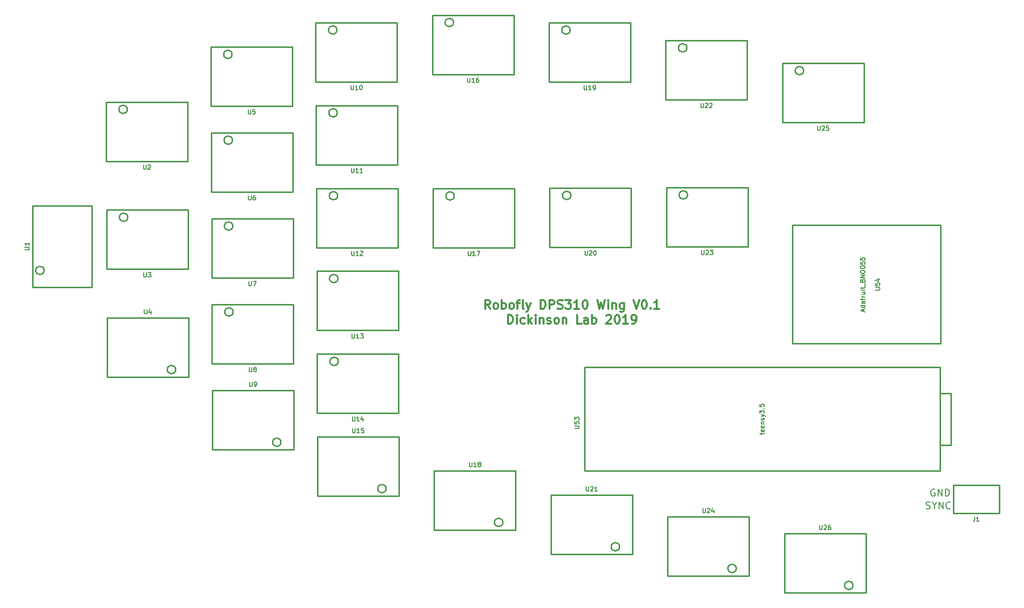
<source format=gbr>
G04 #@! TF.FileFunction,Legend,Top*
%FSLAX46Y46*%
G04 Gerber Fmt 4.6, Leading zero omitted, Abs format (unit mm)*
G04 Created by KiCad (PCBNEW 4.0.7-e2-6376~58~ubuntu16.04.1) date Mon Jul  1 13:34:01 2019*
%MOMM*%
%LPD*%
G01*
G04 APERTURE LIST*
%ADD10C,0.100000*%
%ADD11C,0.200000*%
%ADD12C,0.300000*%
%ADD13C,0.254000*%
%ADD14C,0.177800*%
G04 APERTURE END LIST*
D10*
D11*
X199714286Y-126585714D02*
X199885715Y-126642857D01*
X200171429Y-126642857D01*
X200285715Y-126585714D01*
X200342858Y-126528571D01*
X200400001Y-126414286D01*
X200400001Y-126300000D01*
X200342858Y-126185714D01*
X200285715Y-126128571D01*
X200171429Y-126071429D01*
X199942858Y-126014286D01*
X199828572Y-125957143D01*
X199771429Y-125900000D01*
X199714286Y-125785714D01*
X199714286Y-125671429D01*
X199771429Y-125557143D01*
X199828572Y-125500000D01*
X199942858Y-125442857D01*
X200228572Y-125442857D01*
X200400001Y-125500000D01*
X201142858Y-126071429D02*
X201142858Y-126642857D01*
X200742858Y-125442857D02*
X201142858Y-126071429D01*
X201542858Y-125442857D01*
X201942857Y-126642857D02*
X201942857Y-125442857D01*
X202628572Y-126642857D01*
X202628572Y-125442857D01*
X203885715Y-126528571D02*
X203828572Y-126585714D01*
X203657143Y-126642857D01*
X203542857Y-126642857D01*
X203371429Y-126585714D01*
X203257143Y-126471429D01*
X203200000Y-126357143D01*
X203142857Y-126128571D01*
X203142857Y-125957143D01*
X203200000Y-125728571D01*
X203257143Y-125614286D01*
X203371429Y-125500000D01*
X203542857Y-125442857D01*
X203657143Y-125442857D01*
X203828572Y-125500000D01*
X203885715Y-125557143D01*
X201185715Y-123300000D02*
X201071429Y-123242857D01*
X200900000Y-123242857D01*
X200728572Y-123300000D01*
X200614286Y-123414286D01*
X200557143Y-123528571D01*
X200500000Y-123757143D01*
X200500000Y-123928571D01*
X200557143Y-124157143D01*
X200614286Y-124271429D01*
X200728572Y-124385714D01*
X200900000Y-124442857D01*
X201014286Y-124442857D01*
X201185715Y-124385714D01*
X201242858Y-124328571D01*
X201242858Y-123928571D01*
X201014286Y-123928571D01*
X201757143Y-124442857D02*
X201757143Y-123242857D01*
X202442858Y-124442857D01*
X202442858Y-123242857D01*
X203014286Y-124442857D02*
X203014286Y-123242857D01*
X203300001Y-123242857D01*
X203471429Y-123300000D01*
X203585715Y-123414286D01*
X203642858Y-123528571D01*
X203700001Y-123757143D01*
X203700001Y-123928571D01*
X203642858Y-124157143D01*
X203585715Y-124271429D01*
X203471429Y-124385714D01*
X203300001Y-124442857D01*
X203014286Y-124442857D01*
D12*
X124964287Y-92303571D02*
X124464287Y-91589286D01*
X124107144Y-92303571D02*
X124107144Y-90803571D01*
X124678572Y-90803571D01*
X124821430Y-90875000D01*
X124892858Y-90946429D01*
X124964287Y-91089286D01*
X124964287Y-91303571D01*
X124892858Y-91446429D01*
X124821430Y-91517857D01*
X124678572Y-91589286D01*
X124107144Y-91589286D01*
X125821430Y-92303571D02*
X125678572Y-92232143D01*
X125607144Y-92160714D01*
X125535715Y-92017857D01*
X125535715Y-91589286D01*
X125607144Y-91446429D01*
X125678572Y-91375000D01*
X125821430Y-91303571D01*
X126035715Y-91303571D01*
X126178572Y-91375000D01*
X126250001Y-91446429D01*
X126321430Y-91589286D01*
X126321430Y-92017857D01*
X126250001Y-92160714D01*
X126178572Y-92232143D01*
X126035715Y-92303571D01*
X125821430Y-92303571D01*
X126964287Y-92303571D02*
X126964287Y-90803571D01*
X126964287Y-91375000D02*
X127107144Y-91303571D01*
X127392858Y-91303571D01*
X127535715Y-91375000D01*
X127607144Y-91446429D01*
X127678573Y-91589286D01*
X127678573Y-92017857D01*
X127607144Y-92160714D01*
X127535715Y-92232143D01*
X127392858Y-92303571D01*
X127107144Y-92303571D01*
X126964287Y-92232143D01*
X128535716Y-92303571D02*
X128392858Y-92232143D01*
X128321430Y-92160714D01*
X128250001Y-92017857D01*
X128250001Y-91589286D01*
X128321430Y-91446429D01*
X128392858Y-91375000D01*
X128535716Y-91303571D01*
X128750001Y-91303571D01*
X128892858Y-91375000D01*
X128964287Y-91446429D01*
X129035716Y-91589286D01*
X129035716Y-92017857D01*
X128964287Y-92160714D01*
X128892858Y-92232143D01*
X128750001Y-92303571D01*
X128535716Y-92303571D01*
X129464287Y-91303571D02*
X130035716Y-91303571D01*
X129678573Y-92303571D02*
X129678573Y-91017857D01*
X129750001Y-90875000D01*
X129892859Y-90803571D01*
X130035716Y-90803571D01*
X130750002Y-92303571D02*
X130607144Y-92232143D01*
X130535716Y-92089286D01*
X130535716Y-90803571D01*
X131178573Y-91303571D02*
X131535716Y-92303571D01*
X131892858Y-91303571D02*
X131535716Y-92303571D01*
X131392858Y-92660714D01*
X131321430Y-92732143D01*
X131178573Y-92803571D01*
X133607144Y-92303571D02*
X133607144Y-90803571D01*
X133964287Y-90803571D01*
X134178572Y-90875000D01*
X134321430Y-91017857D01*
X134392858Y-91160714D01*
X134464287Y-91446429D01*
X134464287Y-91660714D01*
X134392858Y-91946429D01*
X134321430Y-92089286D01*
X134178572Y-92232143D01*
X133964287Y-92303571D01*
X133607144Y-92303571D01*
X135107144Y-92303571D02*
X135107144Y-90803571D01*
X135678572Y-90803571D01*
X135821430Y-90875000D01*
X135892858Y-90946429D01*
X135964287Y-91089286D01*
X135964287Y-91303571D01*
X135892858Y-91446429D01*
X135821430Y-91517857D01*
X135678572Y-91589286D01*
X135107144Y-91589286D01*
X136535715Y-92232143D02*
X136750001Y-92303571D01*
X137107144Y-92303571D01*
X137250001Y-92232143D01*
X137321430Y-92160714D01*
X137392858Y-92017857D01*
X137392858Y-91875000D01*
X137321430Y-91732143D01*
X137250001Y-91660714D01*
X137107144Y-91589286D01*
X136821430Y-91517857D01*
X136678572Y-91446429D01*
X136607144Y-91375000D01*
X136535715Y-91232143D01*
X136535715Y-91089286D01*
X136607144Y-90946429D01*
X136678572Y-90875000D01*
X136821430Y-90803571D01*
X137178572Y-90803571D01*
X137392858Y-90875000D01*
X137892858Y-90803571D02*
X138821429Y-90803571D01*
X138321429Y-91375000D01*
X138535715Y-91375000D01*
X138678572Y-91446429D01*
X138750001Y-91517857D01*
X138821429Y-91660714D01*
X138821429Y-92017857D01*
X138750001Y-92160714D01*
X138678572Y-92232143D01*
X138535715Y-92303571D01*
X138107143Y-92303571D01*
X137964286Y-92232143D01*
X137892858Y-92160714D01*
X140250000Y-92303571D02*
X139392857Y-92303571D01*
X139821429Y-92303571D02*
X139821429Y-90803571D01*
X139678572Y-91017857D01*
X139535714Y-91160714D01*
X139392857Y-91232143D01*
X141178571Y-90803571D02*
X141321428Y-90803571D01*
X141464285Y-90875000D01*
X141535714Y-90946429D01*
X141607143Y-91089286D01*
X141678571Y-91375000D01*
X141678571Y-91732143D01*
X141607143Y-92017857D01*
X141535714Y-92160714D01*
X141464285Y-92232143D01*
X141321428Y-92303571D01*
X141178571Y-92303571D01*
X141035714Y-92232143D01*
X140964285Y-92160714D01*
X140892857Y-92017857D01*
X140821428Y-91732143D01*
X140821428Y-91375000D01*
X140892857Y-91089286D01*
X140964285Y-90946429D01*
X141035714Y-90875000D01*
X141178571Y-90803571D01*
X143321428Y-90803571D02*
X143678571Y-92303571D01*
X143964285Y-91232143D01*
X144249999Y-92303571D01*
X144607142Y-90803571D01*
X145178571Y-92303571D02*
X145178571Y-91303571D01*
X145178571Y-90803571D02*
X145107142Y-90875000D01*
X145178571Y-90946429D01*
X145249999Y-90875000D01*
X145178571Y-90803571D01*
X145178571Y-90946429D01*
X145892857Y-91303571D02*
X145892857Y-92303571D01*
X145892857Y-91446429D02*
X145964285Y-91375000D01*
X146107143Y-91303571D01*
X146321428Y-91303571D01*
X146464285Y-91375000D01*
X146535714Y-91517857D01*
X146535714Y-92303571D01*
X147892857Y-91303571D02*
X147892857Y-92517857D01*
X147821428Y-92660714D01*
X147750000Y-92732143D01*
X147607143Y-92803571D01*
X147392857Y-92803571D01*
X147250000Y-92732143D01*
X147892857Y-92232143D02*
X147750000Y-92303571D01*
X147464286Y-92303571D01*
X147321428Y-92232143D01*
X147250000Y-92160714D01*
X147178571Y-92017857D01*
X147178571Y-91589286D01*
X147250000Y-91446429D01*
X147321428Y-91375000D01*
X147464286Y-91303571D01*
X147750000Y-91303571D01*
X147892857Y-91375000D01*
X149535714Y-90803571D02*
X150035714Y-92303571D01*
X150535714Y-90803571D01*
X151321428Y-90803571D02*
X151464285Y-90803571D01*
X151607142Y-90875000D01*
X151678571Y-90946429D01*
X151750000Y-91089286D01*
X151821428Y-91375000D01*
X151821428Y-91732143D01*
X151750000Y-92017857D01*
X151678571Y-92160714D01*
X151607142Y-92232143D01*
X151464285Y-92303571D01*
X151321428Y-92303571D01*
X151178571Y-92232143D01*
X151107142Y-92160714D01*
X151035714Y-92017857D01*
X150964285Y-91732143D01*
X150964285Y-91375000D01*
X151035714Y-91089286D01*
X151107142Y-90946429D01*
X151178571Y-90875000D01*
X151321428Y-90803571D01*
X152464285Y-92160714D02*
X152535713Y-92232143D01*
X152464285Y-92303571D01*
X152392856Y-92232143D01*
X152464285Y-92160714D01*
X152464285Y-92303571D01*
X153964285Y-92303571D02*
X153107142Y-92303571D01*
X153535714Y-92303571D02*
X153535714Y-90803571D01*
X153392857Y-91017857D01*
X153249999Y-91160714D01*
X153107142Y-91232143D01*
X128035715Y-94853571D02*
X128035715Y-93353571D01*
X128392858Y-93353571D01*
X128607143Y-93425000D01*
X128750001Y-93567857D01*
X128821429Y-93710714D01*
X128892858Y-93996429D01*
X128892858Y-94210714D01*
X128821429Y-94496429D01*
X128750001Y-94639286D01*
X128607143Y-94782143D01*
X128392858Y-94853571D01*
X128035715Y-94853571D01*
X129535715Y-94853571D02*
X129535715Y-93853571D01*
X129535715Y-93353571D02*
X129464286Y-93425000D01*
X129535715Y-93496429D01*
X129607143Y-93425000D01*
X129535715Y-93353571D01*
X129535715Y-93496429D01*
X130892858Y-94782143D02*
X130750001Y-94853571D01*
X130464287Y-94853571D01*
X130321429Y-94782143D01*
X130250001Y-94710714D01*
X130178572Y-94567857D01*
X130178572Y-94139286D01*
X130250001Y-93996429D01*
X130321429Y-93925000D01*
X130464287Y-93853571D01*
X130750001Y-93853571D01*
X130892858Y-93925000D01*
X131535715Y-94853571D02*
X131535715Y-93353571D01*
X131678572Y-94282143D02*
X132107143Y-94853571D01*
X132107143Y-93853571D02*
X131535715Y-94425000D01*
X132750001Y-94853571D02*
X132750001Y-93853571D01*
X132750001Y-93353571D02*
X132678572Y-93425000D01*
X132750001Y-93496429D01*
X132821429Y-93425000D01*
X132750001Y-93353571D01*
X132750001Y-93496429D01*
X133464287Y-93853571D02*
X133464287Y-94853571D01*
X133464287Y-93996429D02*
X133535715Y-93925000D01*
X133678573Y-93853571D01*
X133892858Y-93853571D01*
X134035715Y-93925000D01*
X134107144Y-94067857D01*
X134107144Y-94853571D01*
X134750001Y-94782143D02*
X134892858Y-94853571D01*
X135178573Y-94853571D01*
X135321430Y-94782143D01*
X135392858Y-94639286D01*
X135392858Y-94567857D01*
X135321430Y-94425000D01*
X135178573Y-94353571D01*
X134964287Y-94353571D01*
X134821430Y-94282143D01*
X134750001Y-94139286D01*
X134750001Y-94067857D01*
X134821430Y-93925000D01*
X134964287Y-93853571D01*
X135178573Y-93853571D01*
X135321430Y-93925000D01*
X136250002Y-94853571D02*
X136107144Y-94782143D01*
X136035716Y-94710714D01*
X135964287Y-94567857D01*
X135964287Y-94139286D01*
X136035716Y-93996429D01*
X136107144Y-93925000D01*
X136250002Y-93853571D01*
X136464287Y-93853571D01*
X136607144Y-93925000D01*
X136678573Y-93996429D01*
X136750002Y-94139286D01*
X136750002Y-94567857D01*
X136678573Y-94710714D01*
X136607144Y-94782143D01*
X136464287Y-94853571D01*
X136250002Y-94853571D01*
X137392859Y-93853571D02*
X137392859Y-94853571D01*
X137392859Y-93996429D02*
X137464287Y-93925000D01*
X137607145Y-93853571D01*
X137821430Y-93853571D01*
X137964287Y-93925000D01*
X138035716Y-94067857D01*
X138035716Y-94853571D01*
X140607145Y-94853571D02*
X139892859Y-94853571D01*
X139892859Y-93353571D01*
X141750002Y-94853571D02*
X141750002Y-94067857D01*
X141678573Y-93925000D01*
X141535716Y-93853571D01*
X141250002Y-93853571D01*
X141107145Y-93925000D01*
X141750002Y-94782143D02*
X141607145Y-94853571D01*
X141250002Y-94853571D01*
X141107145Y-94782143D01*
X141035716Y-94639286D01*
X141035716Y-94496429D01*
X141107145Y-94353571D01*
X141250002Y-94282143D01*
X141607145Y-94282143D01*
X141750002Y-94210714D01*
X142464288Y-94853571D02*
X142464288Y-93353571D01*
X142464288Y-93925000D02*
X142607145Y-93853571D01*
X142892859Y-93853571D01*
X143035716Y-93925000D01*
X143107145Y-93996429D01*
X143178574Y-94139286D01*
X143178574Y-94567857D01*
X143107145Y-94710714D01*
X143035716Y-94782143D01*
X142892859Y-94853571D01*
X142607145Y-94853571D01*
X142464288Y-94782143D01*
X144892859Y-93496429D02*
X144964288Y-93425000D01*
X145107145Y-93353571D01*
X145464288Y-93353571D01*
X145607145Y-93425000D01*
X145678574Y-93496429D01*
X145750002Y-93639286D01*
X145750002Y-93782143D01*
X145678574Y-93996429D01*
X144821431Y-94853571D01*
X145750002Y-94853571D01*
X146678573Y-93353571D02*
X146821430Y-93353571D01*
X146964287Y-93425000D01*
X147035716Y-93496429D01*
X147107145Y-93639286D01*
X147178573Y-93925000D01*
X147178573Y-94282143D01*
X147107145Y-94567857D01*
X147035716Y-94710714D01*
X146964287Y-94782143D01*
X146821430Y-94853571D01*
X146678573Y-94853571D01*
X146535716Y-94782143D01*
X146464287Y-94710714D01*
X146392859Y-94567857D01*
X146321430Y-94282143D01*
X146321430Y-93925000D01*
X146392859Y-93639286D01*
X146464287Y-93496429D01*
X146535716Y-93425000D01*
X146678573Y-93353571D01*
X148607144Y-94853571D02*
X147750001Y-94853571D01*
X148178573Y-94853571D02*
X148178573Y-93353571D01*
X148035716Y-93567857D01*
X147892858Y-93710714D01*
X147750001Y-93782143D01*
X149321429Y-94853571D02*
X149607144Y-94853571D01*
X149750001Y-94782143D01*
X149821429Y-94710714D01*
X149964287Y-94496429D01*
X150035715Y-94210714D01*
X150035715Y-93639286D01*
X149964287Y-93496429D01*
X149892858Y-93425000D01*
X149750001Y-93353571D01*
X149464287Y-93353571D01*
X149321429Y-93425000D01*
X149250001Y-93496429D01*
X149178572Y-93639286D01*
X149178572Y-93996429D01*
X149250001Y-94139286D01*
X149321429Y-94210714D01*
X149464287Y-94282143D01*
X149750001Y-94282143D01*
X149892858Y-94210714D01*
X149964287Y-94139286D01*
X150035715Y-93996429D01*
D13*
X200930000Y-98300000D02*
X202200000Y-98300000D01*
X202200000Y-98300000D02*
X202200000Y-97030000D01*
X202200000Y-79250000D02*
X202200000Y-77980000D01*
X202200000Y-77980000D02*
X200930000Y-77980000D01*
X176800000Y-79250000D02*
X176800000Y-77980000D01*
X176800000Y-77980000D02*
X178070000Y-77980000D01*
X178070000Y-98300000D02*
X176800000Y-98300000D01*
X176800000Y-98300000D02*
X176800000Y-97030000D01*
X200930000Y-98300000D02*
X178070000Y-98300000D01*
X202200000Y-79250000D02*
X202200000Y-97030000D01*
X178070000Y-77980000D02*
X200930000Y-77980000D01*
X176800000Y-97030000D02*
X176800000Y-79250000D01*
X206000000Y-127400000D02*
X204400000Y-127400000D01*
X204400000Y-127400000D02*
X204400000Y-122600000D01*
X204400000Y-122600000D02*
X206000000Y-122600000D01*
X206000000Y-122600000D02*
X212250000Y-122600000D01*
X212250000Y-122600000D02*
X212250000Y-125000000D01*
X212250000Y-125000000D02*
X212250000Y-127400000D01*
X212250000Y-127400000D02*
X206000000Y-127400000D01*
X203985000Y-115060000D02*
X203985000Y-115695000D01*
X203985000Y-115695000D02*
X202080000Y-115695000D01*
X203985000Y-114425000D02*
X203985000Y-115060000D01*
X203985000Y-113790000D02*
X203985000Y-114425000D01*
X202080000Y-106805000D02*
X203985000Y-106805000D01*
X203985000Y-106805000D02*
X203985000Y-113790000D01*
X202080000Y-102360000D02*
X202080000Y-120140000D01*
X202080000Y-120140000D02*
X141120000Y-120140000D01*
X141120000Y-120140000D02*
X141120000Y-102360000D01*
X141120000Y-102360000D02*
X202080000Y-102360000D01*
X187186420Y-139761000D02*
G75*
G03X187186420Y-139761000I-718420J0D01*
G01*
X189389000Y-141031000D02*
X189389000Y-130871000D01*
X189389000Y-130871000D02*
X175419000Y-130871000D01*
X175419000Y-130871000D02*
X175419000Y-141031000D01*
X175419000Y-141031000D02*
X189389000Y-141031000D01*
X178719420Y-51450600D02*
G75*
G03X178719420Y-51450600I-718420J0D01*
G01*
X175080000Y-50180600D02*
X175080000Y-60340600D01*
X175080000Y-60340600D02*
X189050000Y-60340600D01*
X189050000Y-60340600D02*
X189050000Y-50180600D01*
X189050000Y-50180600D02*
X175080000Y-50180600D01*
X167174420Y-136855000D02*
G75*
G03X167174420Y-136855000I-718420J0D01*
G01*
X169377000Y-138125000D02*
X169377000Y-127965000D01*
X169377000Y-127965000D02*
X155407000Y-127965000D01*
X155407000Y-127965000D02*
X155407000Y-138125000D01*
X155407000Y-138125000D02*
X169377000Y-138125000D01*
X158808420Y-72776400D02*
G75*
G03X158808420Y-72776400I-718420J0D01*
G01*
X155169000Y-71506400D02*
X155169000Y-81666400D01*
X155169000Y-81666400D02*
X169139000Y-81666400D01*
X169139000Y-81666400D02*
X169139000Y-71506400D01*
X169139000Y-71506400D02*
X155169000Y-71506400D01*
X158702420Y-47544000D02*
G75*
G03X158702420Y-47544000I-718420J0D01*
G01*
X155063000Y-46274000D02*
X155063000Y-56434000D01*
X155063000Y-56434000D02*
X169033000Y-56434000D01*
X169033000Y-56434000D02*
X169033000Y-46274000D01*
X169033000Y-46274000D02*
X155063000Y-46274000D01*
X147158420Y-133135000D02*
G75*
G03X147158420Y-133135000I-718420J0D01*
G01*
X149361000Y-134405000D02*
X149361000Y-124245000D01*
X149361000Y-124245000D02*
X135391000Y-124245000D01*
X135391000Y-124245000D02*
X135391000Y-134405000D01*
X135391000Y-134405000D02*
X149361000Y-134405000D01*
X138809420Y-72860600D02*
G75*
G03X138809420Y-72860600I-718420J0D01*
G01*
X135170000Y-71590600D02*
X135170000Y-81750600D01*
X135170000Y-81750600D02*
X149140000Y-81750600D01*
X149140000Y-81750600D02*
X149140000Y-71590600D01*
X149140000Y-71590600D02*
X135170000Y-71590600D01*
X138689420Y-44489600D02*
G75*
G03X138689420Y-44489600I-718420J0D01*
G01*
X135050000Y-43219600D02*
X135050000Y-53379600D01*
X135050000Y-53379600D02*
X149020000Y-53379600D01*
X149020000Y-53379600D02*
X149020000Y-43219600D01*
X149020000Y-43219600D02*
X135050000Y-43219600D01*
X127140420Y-128956000D02*
G75*
G03X127140420Y-128956000I-718420J0D01*
G01*
X129343000Y-130226000D02*
X129343000Y-120066000D01*
X129343000Y-120066000D02*
X115373000Y-120066000D01*
X115373000Y-120066000D02*
X115373000Y-130226000D01*
X115373000Y-130226000D02*
X129343000Y-130226000D01*
X118809420Y-72944700D02*
G75*
G03X118809420Y-72944700I-718420J0D01*
G01*
X115170000Y-71674700D02*
X115170000Y-81834700D01*
X115170000Y-81834700D02*
X129140000Y-81834700D01*
X129140000Y-81834700D02*
X129140000Y-71674700D01*
X129140000Y-71674700D02*
X115170000Y-71674700D01*
X118684420Y-43189500D02*
G75*
G03X118684420Y-43189500I-718420J0D01*
G01*
X115045000Y-41919500D02*
X115045000Y-52079500D01*
X115045000Y-52079500D02*
X129015000Y-52079500D01*
X129015000Y-52079500D02*
X129015000Y-41919500D01*
X129015000Y-41919500D02*
X115045000Y-41919500D01*
X107116420Y-123161000D02*
G75*
G03X107116420Y-123161000I-718420J0D01*
G01*
X109319000Y-124431000D02*
X109319000Y-114271000D01*
X109319000Y-114271000D02*
X95349000Y-114271000D01*
X95349000Y-114271000D02*
X95349000Y-124431000D01*
X95349000Y-124431000D02*
X109319000Y-124431000D01*
X98928420Y-101329000D02*
G75*
G03X98928420Y-101329000I-718420J0D01*
G01*
X95289000Y-100059000D02*
X95289000Y-110219000D01*
X95289000Y-110219000D02*
X109259000Y-110219000D01*
X109259000Y-110219000D02*
X109259000Y-100059000D01*
X109259000Y-100059000D02*
X95289000Y-100059000D01*
X98868420Y-87117000D02*
G75*
G03X98868420Y-87117000I-718420J0D01*
G01*
X95229000Y-85847000D02*
X95229000Y-96007000D01*
X95229000Y-96007000D02*
X109199000Y-96007000D01*
X109199000Y-96007000D02*
X109199000Y-85847000D01*
X109199000Y-85847000D02*
X95229000Y-85847000D01*
X98808420Y-72905900D02*
G75*
G03X98808420Y-72905900I-718420J0D01*
G01*
X95169000Y-71635900D02*
X95169000Y-81795900D01*
X95169000Y-81795900D02*
X109139000Y-81795900D01*
X109139000Y-81795900D02*
X109139000Y-71635900D01*
X109139000Y-71635900D02*
X95169000Y-71635900D01*
X98749420Y-58694000D02*
G75*
G03X98749420Y-58694000I-718420J0D01*
G01*
X95110000Y-57424000D02*
X95110000Y-67584000D01*
X95110000Y-67584000D02*
X109080000Y-67584000D01*
X109080000Y-67584000D02*
X109080000Y-57424000D01*
X109080000Y-57424000D02*
X95110000Y-57424000D01*
X98689420Y-44482100D02*
G75*
G03X98689420Y-44482100I-718420J0D01*
G01*
X95050000Y-43212100D02*
X95050000Y-53372100D01*
X95050000Y-53372100D02*
X109020000Y-53372100D01*
X109020000Y-53372100D02*
X109020000Y-43212100D01*
X109020000Y-43212100D02*
X95050000Y-43212100D01*
X89082620Y-115204000D02*
G75*
G03X89082620Y-115204000I-718420J0D01*
G01*
X91285200Y-116474000D02*
X91285200Y-106314000D01*
X91285200Y-106314000D02*
X77315200Y-106314000D01*
X77315200Y-106314000D02*
X77315200Y-116474000D01*
X77315200Y-116474000D02*
X91285200Y-116474000D01*
X80892620Y-92851700D02*
G75*
G03X80892620Y-92851700I-718420J0D01*
G01*
X77253200Y-91581700D02*
X77253200Y-101741700D01*
X77253200Y-101741700D02*
X91223200Y-101741700D01*
X91223200Y-101741700D02*
X91223200Y-91581700D01*
X91223200Y-91581700D02*
X77253200Y-91581700D01*
X80830620Y-78117300D02*
G75*
G03X80830620Y-78117300I-718420J0D01*
G01*
X77191200Y-76847300D02*
X77191200Y-87007300D01*
X77191200Y-87007300D02*
X91161200Y-87007300D01*
X91161200Y-87007300D02*
X91161200Y-76847300D01*
X91161200Y-76847300D02*
X77191200Y-76847300D01*
X80768620Y-63384900D02*
G75*
G03X80768620Y-63384900I-718420J0D01*
G01*
X77129200Y-62114900D02*
X77129200Y-72274900D01*
X77129200Y-72274900D02*
X91099200Y-72274900D01*
X91099200Y-72274900D02*
X91099200Y-62114900D01*
X91099200Y-62114900D02*
X77129200Y-62114900D01*
X80706620Y-48652600D02*
G75*
G03X80706620Y-48652600I-718420J0D01*
G01*
X77067200Y-47382600D02*
X77067200Y-57542600D01*
X77067200Y-57542600D02*
X91037200Y-57542600D01*
X91037200Y-57542600D02*
X91037200Y-47382600D01*
X91037200Y-47382600D02*
X77067200Y-47382600D01*
X71029920Y-102735500D02*
G75*
G03X71029920Y-102735500I-718420J0D01*
G01*
X73232500Y-104005500D02*
X73232500Y-93845500D01*
X73232500Y-93845500D02*
X59262500Y-93845500D01*
X59262500Y-93845500D02*
X59262500Y-104005500D01*
X59262500Y-104005500D02*
X73232500Y-104005500D01*
X62824120Y-76605700D02*
G75*
G03X62824120Y-76605700I-718420J0D01*
G01*
X59184700Y-75335700D02*
X59184700Y-85495700D01*
X59184700Y-85495700D02*
X73154700Y-85495700D01*
X73154700Y-85495700D02*
X73154700Y-75335700D01*
X73154700Y-75335700D02*
X59184700Y-75335700D01*
X62746220Y-58095000D02*
G75*
G03X62746220Y-58095000I-718420J0D01*
G01*
X59106800Y-56825000D02*
X59106800Y-66985000D01*
X59106800Y-66985000D02*
X73076800Y-66985000D01*
X73076800Y-66985000D02*
X73076800Y-56825000D01*
X73076800Y-56825000D02*
X59106800Y-56825000D01*
X48483220Y-85726400D02*
G75*
G03X48483220Y-85726400I-718420J0D01*
G01*
X46494800Y-88647400D02*
X56654800Y-88647400D01*
X56654800Y-88647400D02*
X56654800Y-74677400D01*
X56654800Y-74677400D02*
X46494800Y-74677400D01*
X46494800Y-74677400D02*
X46494800Y-88647400D01*
D14*
X190987714Y-89083428D02*
X191604571Y-89083428D01*
X191677143Y-89047143D01*
X191713429Y-89010857D01*
X191749714Y-88938286D01*
X191749714Y-88793143D01*
X191713429Y-88720571D01*
X191677143Y-88684286D01*
X191604571Y-88648000D01*
X190987714Y-88648000D01*
X190987714Y-87922285D02*
X190987714Y-88285142D01*
X191350571Y-88321428D01*
X191314286Y-88285142D01*
X191278000Y-88212571D01*
X191278000Y-88031142D01*
X191314286Y-87958571D01*
X191350571Y-87922285D01*
X191423143Y-87886000D01*
X191604571Y-87886000D01*
X191677143Y-87922285D01*
X191713429Y-87958571D01*
X191749714Y-88031142D01*
X191749714Y-88212571D01*
X191713429Y-88285142D01*
X191677143Y-88321428D01*
X191241714Y-87232857D02*
X191749714Y-87232857D01*
X190951429Y-87414286D02*
X191495714Y-87595714D01*
X191495714Y-87124000D01*
X188992000Y-92766429D02*
X188992000Y-92403572D01*
X189209714Y-92839001D02*
X188447714Y-92585001D01*
X189209714Y-92331001D01*
X189209714Y-91750429D02*
X188447714Y-91750429D01*
X189173429Y-91750429D02*
X189209714Y-91823000D01*
X189209714Y-91968143D01*
X189173429Y-92040715D01*
X189137143Y-92077000D01*
X189064571Y-92113286D01*
X188846857Y-92113286D01*
X188774286Y-92077000D01*
X188738000Y-92040715D01*
X188701714Y-91968143D01*
X188701714Y-91823000D01*
X188738000Y-91750429D01*
X189209714Y-91061000D02*
X188810571Y-91061000D01*
X188738000Y-91097286D01*
X188701714Y-91169857D01*
X188701714Y-91315000D01*
X188738000Y-91387571D01*
X189173429Y-91061000D02*
X189209714Y-91133571D01*
X189209714Y-91315000D01*
X189173429Y-91387571D01*
X189100857Y-91423857D01*
X189028286Y-91423857D01*
X188955714Y-91387571D01*
X188919429Y-91315000D01*
X188919429Y-91133571D01*
X188883143Y-91061000D01*
X188701714Y-90807000D02*
X188701714Y-90516714D01*
X189209714Y-90698142D02*
X188556571Y-90698142D01*
X188484000Y-90661857D01*
X188447714Y-90589285D01*
X188447714Y-90516714D01*
X189209714Y-90262713D02*
X188701714Y-90262713D01*
X188846857Y-90262713D02*
X188774286Y-90226428D01*
X188738000Y-90190142D01*
X188701714Y-90117571D01*
X188701714Y-90044999D01*
X188701714Y-89464428D02*
X189209714Y-89464428D01*
X188701714Y-89790999D02*
X189100857Y-89790999D01*
X189173429Y-89754714D01*
X189209714Y-89682142D01*
X189209714Y-89573285D01*
X189173429Y-89500714D01*
X189137143Y-89464428D01*
X189209714Y-89101570D02*
X188701714Y-89101570D01*
X188447714Y-89101570D02*
X188484000Y-89137856D01*
X188520286Y-89101570D01*
X188484000Y-89065285D01*
X188447714Y-89101570D01*
X188520286Y-89101570D01*
X188701714Y-88847571D02*
X188701714Y-88557285D01*
X188447714Y-88738713D02*
X189100857Y-88738713D01*
X189173429Y-88702428D01*
X189209714Y-88629856D01*
X189209714Y-88557285D01*
X189282286Y-88484713D02*
X189282286Y-87904142D01*
X188810571Y-87468713D02*
X188846857Y-87359856D01*
X188883143Y-87323571D01*
X188955714Y-87287285D01*
X189064571Y-87287285D01*
X189137143Y-87323571D01*
X189173429Y-87359856D01*
X189209714Y-87432428D01*
X189209714Y-87722713D01*
X188447714Y-87722713D01*
X188447714Y-87468713D01*
X188484000Y-87396142D01*
X188520286Y-87359856D01*
X188592857Y-87323571D01*
X188665429Y-87323571D01*
X188738000Y-87359856D01*
X188774286Y-87396142D01*
X188810571Y-87468713D01*
X188810571Y-87722713D01*
X189209714Y-86960713D02*
X188447714Y-86960713D01*
X189209714Y-86525285D01*
X188447714Y-86525285D01*
X188447714Y-86017285D02*
X188447714Y-85872142D01*
X188484000Y-85799570D01*
X188556571Y-85726999D01*
X188701714Y-85690713D01*
X188955714Y-85690713D01*
X189100857Y-85726999D01*
X189173429Y-85799570D01*
X189209714Y-85872142D01*
X189209714Y-86017285D01*
X189173429Y-86089856D01*
X189100857Y-86162427D01*
X188955714Y-86198713D01*
X188701714Y-86198713D01*
X188556571Y-86162427D01*
X188484000Y-86089856D01*
X188447714Y-86017285D01*
X188447714Y-85218999D02*
X188447714Y-85146427D01*
X188484000Y-85073856D01*
X188520286Y-85037570D01*
X188592857Y-85001284D01*
X188738000Y-84964999D01*
X188919429Y-84964999D01*
X189064571Y-85001284D01*
X189137143Y-85037570D01*
X189173429Y-85073856D01*
X189209714Y-85146427D01*
X189209714Y-85218999D01*
X189173429Y-85291570D01*
X189137143Y-85327856D01*
X189064571Y-85364141D01*
X188919429Y-85400427D01*
X188738000Y-85400427D01*
X188592857Y-85364141D01*
X188520286Y-85327856D01*
X188484000Y-85291570D01*
X188447714Y-85218999D01*
X188447714Y-84275570D02*
X188447714Y-84638427D01*
X188810571Y-84674713D01*
X188774286Y-84638427D01*
X188738000Y-84565856D01*
X188738000Y-84384427D01*
X188774286Y-84311856D01*
X188810571Y-84275570D01*
X188883143Y-84239285D01*
X189064571Y-84239285D01*
X189137143Y-84275570D01*
X189173429Y-84311856D01*
X189209714Y-84384427D01*
X189209714Y-84565856D01*
X189173429Y-84638427D01*
X189137143Y-84674713D01*
X188447714Y-83549856D02*
X188447714Y-83912713D01*
X188810571Y-83948999D01*
X188774286Y-83912713D01*
X188738000Y-83840142D01*
X188738000Y-83658713D01*
X188774286Y-83586142D01*
X188810571Y-83549856D01*
X188883143Y-83513571D01*
X189064571Y-83513571D01*
X189137143Y-83549856D01*
X189173429Y-83586142D01*
X189209714Y-83658713D01*
X189209714Y-83840142D01*
X189173429Y-83912713D01*
X189137143Y-83948999D01*
X208046001Y-127982714D02*
X208046001Y-128527000D01*
X208009715Y-128635857D01*
X207937144Y-128708429D01*
X207828287Y-128744714D01*
X207755715Y-128744714D01*
X208808000Y-128744714D02*
X208372572Y-128744714D01*
X208590286Y-128744714D02*
X208590286Y-127982714D01*
X208517715Y-128091571D01*
X208445143Y-128164143D01*
X208372572Y-128200429D01*
X139432714Y-112828428D02*
X140049571Y-112828428D01*
X140122143Y-112792143D01*
X140158429Y-112755857D01*
X140194714Y-112683286D01*
X140194714Y-112538143D01*
X140158429Y-112465571D01*
X140122143Y-112429286D01*
X140049571Y-112393000D01*
X139432714Y-112393000D01*
X139432714Y-111667285D02*
X139432714Y-112030142D01*
X139795571Y-112066428D01*
X139759286Y-112030142D01*
X139723000Y-111957571D01*
X139723000Y-111776142D01*
X139759286Y-111703571D01*
X139795571Y-111667285D01*
X139868143Y-111631000D01*
X140049571Y-111631000D01*
X140122143Y-111667285D01*
X140158429Y-111703571D01*
X140194714Y-111776142D01*
X140194714Y-111957571D01*
X140158429Y-112030142D01*
X140122143Y-112066428D01*
X139432714Y-111377000D02*
X139432714Y-110905286D01*
X139723000Y-111159286D01*
X139723000Y-111050428D01*
X139759286Y-110977857D01*
X139795571Y-110941571D01*
X139868143Y-110905286D01*
X140049571Y-110905286D01*
X140122143Y-110941571D01*
X140158429Y-110977857D01*
X140194714Y-111050428D01*
X140194714Y-111268143D01*
X140158429Y-111340714D01*
X140122143Y-111377000D01*
X171436714Y-113898857D02*
X171436714Y-113608571D01*
X171182714Y-113789999D02*
X171835857Y-113789999D01*
X171908429Y-113753714D01*
X171944714Y-113681142D01*
X171944714Y-113608571D01*
X171908429Y-113064285D02*
X171944714Y-113136856D01*
X171944714Y-113281999D01*
X171908429Y-113354570D01*
X171835857Y-113390856D01*
X171545571Y-113390856D01*
X171473000Y-113354570D01*
X171436714Y-113281999D01*
X171436714Y-113136856D01*
X171473000Y-113064285D01*
X171545571Y-113027999D01*
X171618143Y-113027999D01*
X171690714Y-113390856D01*
X171908429Y-112411142D02*
X171944714Y-112483713D01*
X171944714Y-112628856D01*
X171908429Y-112701427D01*
X171835857Y-112737713D01*
X171545571Y-112737713D01*
X171473000Y-112701427D01*
X171436714Y-112628856D01*
X171436714Y-112483713D01*
X171473000Y-112411142D01*
X171545571Y-112374856D01*
X171618143Y-112374856D01*
X171690714Y-112737713D01*
X171436714Y-112048284D02*
X171944714Y-112048284D01*
X171509286Y-112048284D02*
X171473000Y-112011999D01*
X171436714Y-111939427D01*
X171436714Y-111830570D01*
X171473000Y-111757999D01*
X171545571Y-111721713D01*
X171944714Y-111721713D01*
X171908429Y-111395141D02*
X171944714Y-111322570D01*
X171944714Y-111177427D01*
X171908429Y-111104855D01*
X171835857Y-111068570D01*
X171799571Y-111068570D01*
X171727000Y-111104855D01*
X171690714Y-111177427D01*
X171690714Y-111286284D01*
X171654429Y-111358855D01*
X171581857Y-111395141D01*
X171545571Y-111395141D01*
X171473000Y-111358855D01*
X171436714Y-111286284D01*
X171436714Y-111177427D01*
X171473000Y-111104855D01*
X171436714Y-110814570D02*
X171944714Y-110633141D01*
X171436714Y-110451713D02*
X171944714Y-110633141D01*
X172126143Y-110705713D01*
X172162429Y-110741998D01*
X172198714Y-110814570D01*
X171182714Y-110233999D02*
X171182714Y-109762285D01*
X171473000Y-110016285D01*
X171473000Y-109907427D01*
X171509286Y-109834856D01*
X171545571Y-109798570D01*
X171618143Y-109762285D01*
X171799571Y-109762285D01*
X171872143Y-109798570D01*
X171908429Y-109834856D01*
X171944714Y-109907427D01*
X171944714Y-110125142D01*
X171908429Y-110197713D01*
X171872143Y-110233999D01*
X171872143Y-109435713D02*
X171908429Y-109399428D01*
X171944714Y-109435713D01*
X171908429Y-109471999D01*
X171872143Y-109435713D01*
X171944714Y-109435713D01*
X171182714Y-108709999D02*
X171182714Y-109072856D01*
X171545571Y-109109142D01*
X171509286Y-109072856D01*
X171473000Y-109000285D01*
X171473000Y-108818856D01*
X171509286Y-108746285D01*
X171545571Y-108709999D01*
X171618143Y-108673714D01*
X171799571Y-108673714D01*
X171872143Y-108709999D01*
X171908429Y-108746285D01*
X171944714Y-108818856D01*
X171944714Y-109000285D01*
X171908429Y-109072856D01*
X171872143Y-109109142D01*
X181460572Y-129437714D02*
X181460572Y-130054571D01*
X181496857Y-130127143D01*
X181533143Y-130163429D01*
X181605714Y-130199714D01*
X181750857Y-130199714D01*
X181823429Y-130163429D01*
X181859714Y-130127143D01*
X181896000Y-130054571D01*
X181896000Y-129437714D01*
X182222572Y-129510286D02*
X182258858Y-129474000D01*
X182331429Y-129437714D01*
X182512858Y-129437714D01*
X182585429Y-129474000D01*
X182621715Y-129510286D01*
X182658000Y-129582857D01*
X182658000Y-129655429D01*
X182621715Y-129764286D01*
X182186286Y-130199714D01*
X182658000Y-130199714D01*
X183311143Y-129437714D02*
X183166000Y-129437714D01*
X183093429Y-129474000D01*
X183057143Y-129510286D01*
X182984572Y-129619143D01*
X182948286Y-129764286D01*
X182948286Y-130054571D01*
X182984572Y-130127143D01*
X183020857Y-130163429D01*
X183093429Y-130199714D01*
X183238572Y-130199714D01*
X183311143Y-130163429D01*
X183347429Y-130127143D01*
X183383714Y-130054571D01*
X183383714Y-129873143D01*
X183347429Y-129800571D01*
X183311143Y-129764286D01*
X183238572Y-129728000D01*
X183093429Y-129728000D01*
X183020857Y-129764286D01*
X182984572Y-129800571D01*
X182948286Y-129873143D01*
X181121572Y-60939314D02*
X181121572Y-61556171D01*
X181157857Y-61628743D01*
X181194143Y-61665029D01*
X181266714Y-61701314D01*
X181411857Y-61701314D01*
X181484429Y-61665029D01*
X181520714Y-61628743D01*
X181557000Y-61556171D01*
X181557000Y-60939314D01*
X181883572Y-61011886D02*
X181919858Y-60975600D01*
X181992429Y-60939314D01*
X182173858Y-60939314D01*
X182246429Y-60975600D01*
X182282715Y-61011886D01*
X182319000Y-61084457D01*
X182319000Y-61157029D01*
X182282715Y-61265886D01*
X181847286Y-61701314D01*
X182319000Y-61701314D01*
X183008429Y-60939314D02*
X182645572Y-60939314D01*
X182609286Y-61302171D01*
X182645572Y-61265886D01*
X182718143Y-61229600D01*
X182899572Y-61229600D01*
X182972143Y-61265886D01*
X183008429Y-61302171D01*
X183044714Y-61374743D01*
X183044714Y-61556171D01*
X183008429Y-61628743D01*
X182972143Y-61665029D01*
X182899572Y-61701314D01*
X182718143Y-61701314D01*
X182645572Y-61665029D01*
X182609286Y-61628743D01*
X161448572Y-126531714D02*
X161448572Y-127148571D01*
X161484857Y-127221143D01*
X161521143Y-127257429D01*
X161593714Y-127293714D01*
X161738857Y-127293714D01*
X161811429Y-127257429D01*
X161847714Y-127221143D01*
X161884000Y-127148571D01*
X161884000Y-126531714D01*
X162210572Y-126604286D02*
X162246858Y-126568000D01*
X162319429Y-126531714D01*
X162500858Y-126531714D01*
X162573429Y-126568000D01*
X162609715Y-126604286D01*
X162646000Y-126676857D01*
X162646000Y-126749429D01*
X162609715Y-126858286D01*
X162174286Y-127293714D01*
X162646000Y-127293714D01*
X163299143Y-126785714D02*
X163299143Y-127293714D01*
X163117714Y-126495429D02*
X162936286Y-127039714D01*
X163408000Y-127039714D01*
X161210572Y-82265114D02*
X161210572Y-82881971D01*
X161246857Y-82954543D01*
X161283143Y-82990829D01*
X161355714Y-83027114D01*
X161500857Y-83027114D01*
X161573429Y-82990829D01*
X161609714Y-82954543D01*
X161646000Y-82881971D01*
X161646000Y-82265114D01*
X161972572Y-82337686D02*
X162008858Y-82301400D01*
X162081429Y-82265114D01*
X162262858Y-82265114D01*
X162335429Y-82301400D01*
X162371715Y-82337686D01*
X162408000Y-82410257D01*
X162408000Y-82482829D01*
X162371715Y-82591686D01*
X161936286Y-83027114D01*
X162408000Y-83027114D01*
X162662000Y-82265114D02*
X163133714Y-82265114D01*
X162879714Y-82555400D01*
X162988572Y-82555400D01*
X163061143Y-82591686D01*
X163097429Y-82627971D01*
X163133714Y-82700543D01*
X163133714Y-82881971D01*
X163097429Y-82954543D01*
X163061143Y-82990829D01*
X162988572Y-83027114D01*
X162770857Y-83027114D01*
X162698286Y-82990829D01*
X162662000Y-82954543D01*
X161104572Y-57032714D02*
X161104572Y-57649571D01*
X161140857Y-57722143D01*
X161177143Y-57758429D01*
X161249714Y-57794714D01*
X161394857Y-57794714D01*
X161467429Y-57758429D01*
X161503714Y-57722143D01*
X161540000Y-57649571D01*
X161540000Y-57032714D01*
X161866572Y-57105286D02*
X161902858Y-57069000D01*
X161975429Y-57032714D01*
X162156858Y-57032714D01*
X162229429Y-57069000D01*
X162265715Y-57105286D01*
X162302000Y-57177857D01*
X162302000Y-57250429D01*
X162265715Y-57359286D01*
X161830286Y-57794714D01*
X162302000Y-57794714D01*
X162592286Y-57105286D02*
X162628572Y-57069000D01*
X162701143Y-57032714D01*
X162882572Y-57032714D01*
X162955143Y-57069000D01*
X162991429Y-57105286D01*
X163027714Y-57177857D01*
X163027714Y-57250429D01*
X162991429Y-57359286D01*
X162556000Y-57794714D01*
X163027714Y-57794714D01*
X141432572Y-122811714D02*
X141432572Y-123428571D01*
X141468857Y-123501143D01*
X141505143Y-123537429D01*
X141577714Y-123573714D01*
X141722857Y-123573714D01*
X141795429Y-123537429D01*
X141831714Y-123501143D01*
X141868000Y-123428571D01*
X141868000Y-122811714D01*
X142194572Y-122884286D02*
X142230858Y-122848000D01*
X142303429Y-122811714D01*
X142484858Y-122811714D01*
X142557429Y-122848000D01*
X142593715Y-122884286D01*
X142630000Y-122956857D01*
X142630000Y-123029429D01*
X142593715Y-123138286D01*
X142158286Y-123573714D01*
X142630000Y-123573714D01*
X143355714Y-123573714D02*
X142920286Y-123573714D01*
X143138000Y-123573714D02*
X143138000Y-122811714D01*
X143065429Y-122920571D01*
X142992857Y-122993143D01*
X142920286Y-123029429D01*
X141211572Y-82349314D02*
X141211572Y-82966171D01*
X141247857Y-83038743D01*
X141284143Y-83075029D01*
X141356714Y-83111314D01*
X141501857Y-83111314D01*
X141574429Y-83075029D01*
X141610714Y-83038743D01*
X141647000Y-82966171D01*
X141647000Y-82349314D01*
X141973572Y-82421886D02*
X142009858Y-82385600D01*
X142082429Y-82349314D01*
X142263858Y-82349314D01*
X142336429Y-82385600D01*
X142372715Y-82421886D01*
X142409000Y-82494457D01*
X142409000Y-82567029D01*
X142372715Y-82675886D01*
X141937286Y-83111314D01*
X142409000Y-83111314D01*
X142880714Y-82349314D02*
X142953286Y-82349314D01*
X143025857Y-82385600D01*
X143062143Y-82421886D01*
X143098429Y-82494457D01*
X143134714Y-82639600D01*
X143134714Y-82821029D01*
X143098429Y-82966171D01*
X143062143Y-83038743D01*
X143025857Y-83075029D01*
X142953286Y-83111314D01*
X142880714Y-83111314D01*
X142808143Y-83075029D01*
X142771857Y-83038743D01*
X142735572Y-82966171D01*
X142699286Y-82821029D01*
X142699286Y-82639600D01*
X142735572Y-82494457D01*
X142771857Y-82421886D01*
X142808143Y-82385600D01*
X142880714Y-82349314D01*
X141091572Y-53978314D02*
X141091572Y-54595171D01*
X141127857Y-54667743D01*
X141164143Y-54704029D01*
X141236714Y-54740314D01*
X141381857Y-54740314D01*
X141454429Y-54704029D01*
X141490714Y-54667743D01*
X141527000Y-54595171D01*
X141527000Y-53978314D01*
X142289000Y-54740314D02*
X141853572Y-54740314D01*
X142071286Y-54740314D02*
X142071286Y-53978314D01*
X141998715Y-54087171D01*
X141926143Y-54159743D01*
X141853572Y-54196029D01*
X142651857Y-54740314D02*
X142797000Y-54740314D01*
X142869572Y-54704029D01*
X142905857Y-54667743D01*
X142978429Y-54558886D01*
X143014714Y-54413743D01*
X143014714Y-54123457D01*
X142978429Y-54050886D01*
X142942143Y-54014600D01*
X142869572Y-53978314D01*
X142724429Y-53978314D01*
X142651857Y-54014600D01*
X142615572Y-54050886D01*
X142579286Y-54123457D01*
X142579286Y-54304886D01*
X142615572Y-54377457D01*
X142651857Y-54413743D01*
X142724429Y-54450029D01*
X142869572Y-54450029D01*
X142942143Y-54413743D01*
X142978429Y-54377457D01*
X143014714Y-54304886D01*
X121414572Y-118632714D02*
X121414572Y-119249571D01*
X121450857Y-119322143D01*
X121487143Y-119358429D01*
X121559714Y-119394714D01*
X121704857Y-119394714D01*
X121777429Y-119358429D01*
X121813714Y-119322143D01*
X121850000Y-119249571D01*
X121850000Y-118632714D01*
X122612000Y-119394714D02*
X122176572Y-119394714D01*
X122394286Y-119394714D02*
X122394286Y-118632714D01*
X122321715Y-118741571D01*
X122249143Y-118814143D01*
X122176572Y-118850429D01*
X123047429Y-118959286D02*
X122974857Y-118923000D01*
X122938572Y-118886714D01*
X122902286Y-118814143D01*
X122902286Y-118777857D01*
X122938572Y-118705286D01*
X122974857Y-118669000D01*
X123047429Y-118632714D01*
X123192572Y-118632714D01*
X123265143Y-118669000D01*
X123301429Y-118705286D01*
X123337714Y-118777857D01*
X123337714Y-118814143D01*
X123301429Y-118886714D01*
X123265143Y-118923000D01*
X123192572Y-118959286D01*
X123047429Y-118959286D01*
X122974857Y-118995571D01*
X122938572Y-119031857D01*
X122902286Y-119104429D01*
X122902286Y-119249571D01*
X122938572Y-119322143D01*
X122974857Y-119358429D01*
X123047429Y-119394714D01*
X123192572Y-119394714D01*
X123265143Y-119358429D01*
X123301429Y-119322143D01*
X123337714Y-119249571D01*
X123337714Y-119104429D01*
X123301429Y-119031857D01*
X123265143Y-118995571D01*
X123192572Y-118959286D01*
X121211572Y-82433414D02*
X121211572Y-83050271D01*
X121247857Y-83122843D01*
X121284143Y-83159129D01*
X121356714Y-83195414D01*
X121501857Y-83195414D01*
X121574429Y-83159129D01*
X121610714Y-83122843D01*
X121647000Y-83050271D01*
X121647000Y-82433414D01*
X122409000Y-83195414D02*
X121973572Y-83195414D01*
X122191286Y-83195414D02*
X122191286Y-82433414D01*
X122118715Y-82542271D01*
X122046143Y-82614843D01*
X121973572Y-82651129D01*
X122663000Y-82433414D02*
X123171000Y-82433414D01*
X122844429Y-83195414D01*
X121086572Y-52678214D02*
X121086572Y-53295071D01*
X121122857Y-53367643D01*
X121159143Y-53403929D01*
X121231714Y-53440214D01*
X121376857Y-53440214D01*
X121449429Y-53403929D01*
X121485714Y-53367643D01*
X121522000Y-53295071D01*
X121522000Y-52678214D01*
X122284000Y-53440214D02*
X121848572Y-53440214D01*
X122066286Y-53440214D02*
X122066286Y-52678214D01*
X121993715Y-52787071D01*
X121921143Y-52859643D01*
X121848572Y-52895929D01*
X122937143Y-52678214D02*
X122792000Y-52678214D01*
X122719429Y-52714500D01*
X122683143Y-52750786D01*
X122610572Y-52859643D01*
X122574286Y-53004786D01*
X122574286Y-53295071D01*
X122610572Y-53367643D01*
X122646857Y-53403929D01*
X122719429Y-53440214D01*
X122864572Y-53440214D01*
X122937143Y-53403929D01*
X122973429Y-53367643D01*
X123009714Y-53295071D01*
X123009714Y-53113643D01*
X122973429Y-53041071D01*
X122937143Y-53004786D01*
X122864572Y-52968500D01*
X122719429Y-52968500D01*
X122646857Y-53004786D01*
X122610572Y-53041071D01*
X122574286Y-53113643D01*
X101390572Y-112837714D02*
X101390572Y-113454571D01*
X101426857Y-113527143D01*
X101463143Y-113563429D01*
X101535714Y-113599714D01*
X101680857Y-113599714D01*
X101753429Y-113563429D01*
X101789714Y-113527143D01*
X101826000Y-113454571D01*
X101826000Y-112837714D01*
X102588000Y-113599714D02*
X102152572Y-113599714D01*
X102370286Y-113599714D02*
X102370286Y-112837714D01*
X102297715Y-112946571D01*
X102225143Y-113019143D01*
X102152572Y-113055429D01*
X103277429Y-112837714D02*
X102914572Y-112837714D01*
X102878286Y-113200571D01*
X102914572Y-113164286D01*
X102987143Y-113128000D01*
X103168572Y-113128000D01*
X103241143Y-113164286D01*
X103277429Y-113200571D01*
X103313714Y-113273143D01*
X103313714Y-113454571D01*
X103277429Y-113527143D01*
X103241143Y-113563429D01*
X103168572Y-113599714D01*
X102987143Y-113599714D01*
X102914572Y-113563429D01*
X102878286Y-113527143D01*
X101330572Y-110817714D02*
X101330572Y-111434571D01*
X101366857Y-111507143D01*
X101403143Y-111543429D01*
X101475714Y-111579714D01*
X101620857Y-111579714D01*
X101693429Y-111543429D01*
X101729714Y-111507143D01*
X101766000Y-111434571D01*
X101766000Y-110817714D01*
X102528000Y-111579714D02*
X102092572Y-111579714D01*
X102310286Y-111579714D02*
X102310286Y-110817714D01*
X102237715Y-110926571D01*
X102165143Y-110999143D01*
X102092572Y-111035429D01*
X103181143Y-111071714D02*
X103181143Y-111579714D01*
X102999714Y-110781429D02*
X102818286Y-111325714D01*
X103290000Y-111325714D01*
X101270572Y-96605714D02*
X101270572Y-97222571D01*
X101306857Y-97295143D01*
X101343143Y-97331429D01*
X101415714Y-97367714D01*
X101560857Y-97367714D01*
X101633429Y-97331429D01*
X101669714Y-97295143D01*
X101706000Y-97222571D01*
X101706000Y-96605714D01*
X102468000Y-97367714D02*
X102032572Y-97367714D01*
X102250286Y-97367714D02*
X102250286Y-96605714D01*
X102177715Y-96714571D01*
X102105143Y-96787143D01*
X102032572Y-96823429D01*
X102722000Y-96605714D02*
X103193714Y-96605714D01*
X102939714Y-96896000D01*
X103048572Y-96896000D01*
X103121143Y-96932286D01*
X103157429Y-96968571D01*
X103193714Y-97041143D01*
X103193714Y-97222571D01*
X103157429Y-97295143D01*
X103121143Y-97331429D01*
X103048572Y-97367714D01*
X102830857Y-97367714D01*
X102758286Y-97331429D01*
X102722000Y-97295143D01*
X101210572Y-82394614D02*
X101210572Y-83011471D01*
X101246857Y-83084043D01*
X101283143Y-83120329D01*
X101355714Y-83156614D01*
X101500857Y-83156614D01*
X101573429Y-83120329D01*
X101609714Y-83084043D01*
X101646000Y-83011471D01*
X101646000Y-82394614D01*
X102408000Y-83156614D02*
X101972572Y-83156614D01*
X102190286Y-83156614D02*
X102190286Y-82394614D01*
X102117715Y-82503471D01*
X102045143Y-82576043D01*
X101972572Y-82612329D01*
X102698286Y-82467186D02*
X102734572Y-82430900D01*
X102807143Y-82394614D01*
X102988572Y-82394614D01*
X103061143Y-82430900D01*
X103097429Y-82467186D01*
X103133714Y-82539757D01*
X103133714Y-82612329D01*
X103097429Y-82721186D01*
X102662000Y-83156614D01*
X103133714Y-83156614D01*
X101151572Y-68182714D02*
X101151572Y-68799571D01*
X101187857Y-68872143D01*
X101224143Y-68908429D01*
X101296714Y-68944714D01*
X101441857Y-68944714D01*
X101514429Y-68908429D01*
X101550714Y-68872143D01*
X101587000Y-68799571D01*
X101587000Y-68182714D01*
X102349000Y-68944714D02*
X101913572Y-68944714D01*
X102131286Y-68944714D02*
X102131286Y-68182714D01*
X102058715Y-68291571D01*
X101986143Y-68364143D01*
X101913572Y-68400429D01*
X103074714Y-68944714D02*
X102639286Y-68944714D01*
X102857000Y-68944714D02*
X102857000Y-68182714D01*
X102784429Y-68291571D01*
X102711857Y-68364143D01*
X102639286Y-68400429D01*
X101091572Y-53970814D02*
X101091572Y-54587671D01*
X101127857Y-54660243D01*
X101164143Y-54696529D01*
X101236714Y-54732814D01*
X101381857Y-54732814D01*
X101454429Y-54696529D01*
X101490714Y-54660243D01*
X101527000Y-54587671D01*
X101527000Y-53970814D01*
X102289000Y-54732814D02*
X101853572Y-54732814D01*
X102071286Y-54732814D02*
X102071286Y-53970814D01*
X101998715Y-54079671D01*
X101926143Y-54152243D01*
X101853572Y-54188529D01*
X102760714Y-53970814D02*
X102833286Y-53970814D01*
X102905857Y-54007100D01*
X102942143Y-54043386D01*
X102978429Y-54115957D01*
X103014714Y-54261100D01*
X103014714Y-54442529D01*
X102978429Y-54587671D01*
X102942143Y-54660243D01*
X102905857Y-54696529D01*
X102833286Y-54732814D01*
X102760714Y-54732814D01*
X102688143Y-54696529D01*
X102651857Y-54660243D01*
X102615572Y-54587671D01*
X102579286Y-54442529D01*
X102579286Y-54261100D01*
X102615572Y-54115957D01*
X102651857Y-54043386D01*
X102688143Y-54007100D01*
X102760714Y-53970814D01*
X83719629Y-104880714D02*
X83719629Y-105497571D01*
X83755914Y-105570143D01*
X83792200Y-105606429D01*
X83864771Y-105642714D01*
X84009914Y-105642714D01*
X84082486Y-105606429D01*
X84118771Y-105570143D01*
X84155057Y-105497571D01*
X84155057Y-104880714D01*
X84554200Y-105642714D02*
X84699343Y-105642714D01*
X84771915Y-105606429D01*
X84808200Y-105570143D01*
X84880772Y-105461286D01*
X84917057Y-105316143D01*
X84917057Y-105025857D01*
X84880772Y-104953286D01*
X84844486Y-104917000D01*
X84771915Y-104880714D01*
X84626772Y-104880714D01*
X84554200Y-104917000D01*
X84517915Y-104953286D01*
X84481629Y-105025857D01*
X84481629Y-105207286D01*
X84517915Y-105279857D01*
X84554200Y-105316143D01*
X84626772Y-105352429D01*
X84771915Y-105352429D01*
X84844486Y-105316143D01*
X84880772Y-105279857D01*
X84917057Y-105207286D01*
X83657629Y-102340414D02*
X83657629Y-102957271D01*
X83693914Y-103029843D01*
X83730200Y-103066129D01*
X83802771Y-103102414D01*
X83947914Y-103102414D01*
X84020486Y-103066129D01*
X84056771Y-103029843D01*
X84093057Y-102957271D01*
X84093057Y-102340414D01*
X84564772Y-102666986D02*
X84492200Y-102630700D01*
X84455915Y-102594414D01*
X84419629Y-102521843D01*
X84419629Y-102485557D01*
X84455915Y-102412986D01*
X84492200Y-102376700D01*
X84564772Y-102340414D01*
X84709915Y-102340414D01*
X84782486Y-102376700D01*
X84818772Y-102412986D01*
X84855057Y-102485557D01*
X84855057Y-102521843D01*
X84818772Y-102594414D01*
X84782486Y-102630700D01*
X84709915Y-102666986D01*
X84564772Y-102666986D01*
X84492200Y-102703271D01*
X84455915Y-102739557D01*
X84419629Y-102812129D01*
X84419629Y-102957271D01*
X84455915Y-103029843D01*
X84492200Y-103066129D01*
X84564772Y-103102414D01*
X84709915Y-103102414D01*
X84782486Y-103066129D01*
X84818772Y-103029843D01*
X84855057Y-102957271D01*
X84855057Y-102812129D01*
X84818772Y-102739557D01*
X84782486Y-102703271D01*
X84709915Y-102666986D01*
X83595629Y-87606014D02*
X83595629Y-88222871D01*
X83631914Y-88295443D01*
X83668200Y-88331729D01*
X83740771Y-88368014D01*
X83885914Y-88368014D01*
X83958486Y-88331729D01*
X83994771Y-88295443D01*
X84031057Y-88222871D01*
X84031057Y-87606014D01*
X84321343Y-87606014D02*
X84829343Y-87606014D01*
X84502772Y-88368014D01*
X83533629Y-72873614D02*
X83533629Y-73490471D01*
X83569914Y-73563043D01*
X83606200Y-73599329D01*
X83678771Y-73635614D01*
X83823914Y-73635614D01*
X83896486Y-73599329D01*
X83932771Y-73563043D01*
X83969057Y-73490471D01*
X83969057Y-72873614D01*
X84658486Y-72873614D02*
X84513343Y-72873614D01*
X84440772Y-72909900D01*
X84404486Y-72946186D01*
X84331915Y-73055043D01*
X84295629Y-73200186D01*
X84295629Y-73490471D01*
X84331915Y-73563043D01*
X84368200Y-73599329D01*
X84440772Y-73635614D01*
X84585915Y-73635614D01*
X84658486Y-73599329D01*
X84694772Y-73563043D01*
X84731057Y-73490471D01*
X84731057Y-73309043D01*
X84694772Y-73236471D01*
X84658486Y-73200186D01*
X84585915Y-73163900D01*
X84440772Y-73163900D01*
X84368200Y-73200186D01*
X84331915Y-73236471D01*
X84295629Y-73309043D01*
X83471629Y-58141314D02*
X83471629Y-58758171D01*
X83507914Y-58830743D01*
X83544200Y-58867029D01*
X83616771Y-58903314D01*
X83761914Y-58903314D01*
X83834486Y-58867029D01*
X83870771Y-58830743D01*
X83907057Y-58758171D01*
X83907057Y-58141314D01*
X84632772Y-58141314D02*
X84269915Y-58141314D01*
X84233629Y-58504171D01*
X84269915Y-58467886D01*
X84342486Y-58431600D01*
X84523915Y-58431600D01*
X84596486Y-58467886D01*
X84632772Y-58504171D01*
X84669057Y-58576743D01*
X84669057Y-58758171D01*
X84632772Y-58830743D01*
X84596486Y-58867029D01*
X84523915Y-58903314D01*
X84342486Y-58903314D01*
X84269915Y-58867029D01*
X84233629Y-58830743D01*
X65666929Y-92412214D02*
X65666929Y-93029071D01*
X65703214Y-93101643D01*
X65739500Y-93137929D01*
X65812071Y-93174214D01*
X65957214Y-93174214D01*
X66029786Y-93137929D01*
X66066071Y-93101643D01*
X66102357Y-93029071D01*
X66102357Y-92412214D01*
X66791786Y-92666214D02*
X66791786Y-93174214D01*
X66610357Y-92375929D02*
X66428929Y-92920214D01*
X66900643Y-92920214D01*
X65589129Y-86094414D02*
X65589129Y-86711271D01*
X65625414Y-86783843D01*
X65661700Y-86820129D01*
X65734271Y-86856414D01*
X65879414Y-86856414D01*
X65951986Y-86820129D01*
X65988271Y-86783843D01*
X66024557Y-86711271D01*
X66024557Y-86094414D01*
X66314843Y-86094414D02*
X66786557Y-86094414D01*
X66532557Y-86384700D01*
X66641415Y-86384700D01*
X66713986Y-86420986D01*
X66750272Y-86457271D01*
X66786557Y-86529843D01*
X66786557Y-86711271D01*
X66750272Y-86783843D01*
X66713986Y-86820129D01*
X66641415Y-86856414D01*
X66423700Y-86856414D01*
X66351129Y-86820129D01*
X66314843Y-86783843D01*
X65511229Y-67583714D02*
X65511229Y-68200571D01*
X65547514Y-68273143D01*
X65583800Y-68309429D01*
X65656371Y-68345714D01*
X65801514Y-68345714D01*
X65874086Y-68309429D01*
X65910371Y-68273143D01*
X65946657Y-68200571D01*
X65946657Y-67583714D01*
X66273229Y-67656286D02*
X66309515Y-67620000D01*
X66382086Y-67583714D01*
X66563515Y-67583714D01*
X66636086Y-67620000D01*
X66672372Y-67656286D01*
X66708657Y-67728857D01*
X66708657Y-67801429D01*
X66672372Y-67910286D01*
X66236943Y-68345714D01*
X66708657Y-68345714D01*
X45182714Y-82180571D02*
X45799571Y-82180571D01*
X45872143Y-82144286D01*
X45908429Y-82108000D01*
X45944714Y-82035429D01*
X45944714Y-81890286D01*
X45908429Y-81817714D01*
X45872143Y-81781429D01*
X45799571Y-81745143D01*
X45182714Y-81745143D01*
X45944714Y-80983143D02*
X45944714Y-81418571D01*
X45944714Y-81200857D02*
X45182714Y-81200857D01*
X45291571Y-81273428D01*
X45364143Y-81346000D01*
X45400429Y-81418571D01*
M02*

</source>
